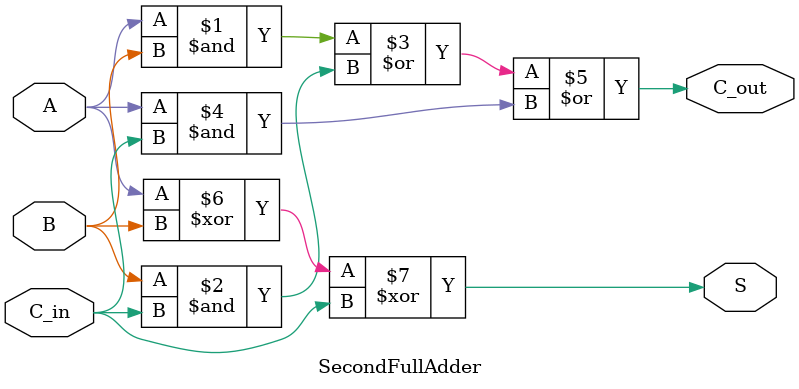
<source format=v>
module SecondFullAdder(input A, input B, input C_in, output C_out, output S);

assign C_out = (A & B)|(B & C_in)|(A & C_in);

assign S = A ^ B ^ C_in;

endmodule
</source>
